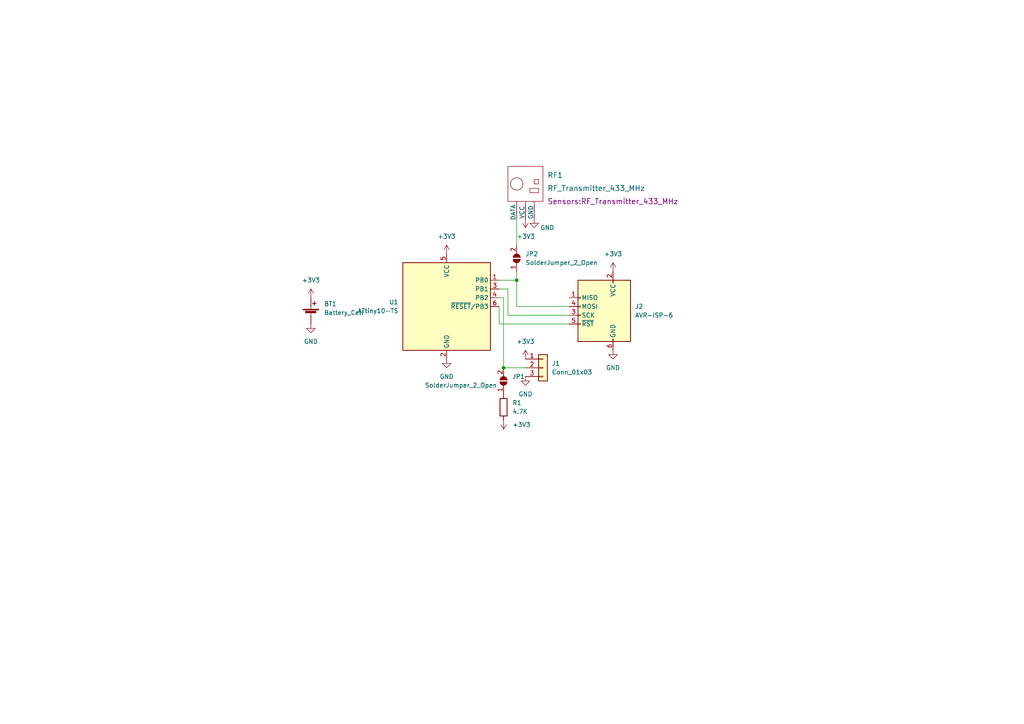
<source format=kicad_sch>
(kicad_sch (version 20211123) (generator eeschema)
  (paper "A4")
  (lib_symbols
    (symbol "Connector:AVR-ISP-6" (pin_names (offset 1.016))
      (property "Reference" "J" (at -6.35 11.43 0))
      (property "Value" "AVR-ISP-6" (at 0 11.43 0))
      (symbol "AVR-ISP-6_0_1"
        (rectangle (start -2.667 -6.858) (end -2.413 -7.62))
        (rectangle (start -2.667 10.16) (end -2.413 9.398))
        (rectangle (start 7.62 -2.413) (end 6.858 -2.667))
        (rectangle (start 7.62 0.127) (end 6.858 -0.127))
        (rectangle (start 7.62 2.667) (end 6.858 2.413))
        (rectangle (start 7.62 5.207) (end 6.858 4.953))
        (rectangle (start 7.62 10.16) (end -7.62 -7.62) (stroke (width 0.254)) (fill (type background)))
      )
      (symbol "AVR-ISP-6_1_1"
        (pin passive line (at 10.16 5.08 180) (length 2.54) (name "MISO") (number "1"))
        (pin passive line (at -2.54 12.7 270) (length 2.54) (name "VCC") (number "2"))
        (pin passive line (at 10.16 0 180) (length 2.54) (name "SCK") (number "3"))
        (pin passive line (at 10.16 2.54 180) (length 2.54) (name "MOSI") (number "4"))
        (pin passive line (at 10.16 -2.54 180) (length 2.54) (name "~{RST}") (number "5"))
        (pin passive line (at -2.54 -10.16 90) (length 2.54) (name "GND") (number "6"))
      )
    )
    (symbol "Connector_Generic:Conn_01x03" (pin_names (offset 1.016) hide)
      (property "Reference" "J" (at 0 5.08 0))
      (property "Value" "Conn_01x03" (at 0 -5.08 0))
      (symbol "Conn_01x03_1_1"
        (rectangle (start -1.27 -2.413) (end 0 -2.667) (stroke (width 0.1524)))
        (rectangle (start -1.27 0.127) (end 0 -0.127) (stroke (width 0.1524)))
        (rectangle (start -1.27 2.667) (end 0 2.413) (stroke (width 0.1524)))
        (rectangle (start -1.27 3.81) (end 1.27 -3.81) (stroke (width 0.254)) (fill (type background)))
        (pin passive line (at -5.08 2.54 0) (length 3.81) (name "Pin_1") (number "1"))
        (pin passive line (at -5.08 0 0) (length 3.81) (name "Pin_2") (number "2"))
        (pin passive line (at -5.08 -2.54 0) (length 3.81) (name "Pin_3") (number "3"))
      )
    )
    (symbol "Device:Battery_Cell" (pin_numbers hide) (pin_names (offset 0) hide)
      (property "Reference" "BT" (at 2.54 2.54 0))
      (property "Value" "Battery_Cell" (at 2.54 0 0))
      (symbol "Battery_Cell_0_1"
        (rectangle (start -2.286 1.778) (end 2.286 1.524) (fill (type outline)))
        (rectangle (start -1.5748 1.1938) (end 1.4732 0.6858) (fill (type outline)))
        (polyline (pts (xy 0 0.762) (xy 0 0)))
        (polyline (pts (xy 0 1.778) (xy 0 2.54)))
        (polyline (pts (xy 0.508 3.429) (xy 1.524 3.429)) (stroke (width 0.254)))
        (polyline (pts (xy 1.016 3.937) (xy 1.016 2.921)) (stroke (width 0.254)))
      )
      (symbol "Battery_Cell_1_1"
        (pin passive line (at 0 5.08 270) (length 2.54) (name "+") (number "1"))
        (pin passive line (at 0 -2.54 90) (length 2.54) (name "-") (number "2"))
      )
    )
    (symbol "Device:R" (pin_numbers hide) (pin_names (offset 0))
      (property "Reference" "R" (at 2.032 0 90))
      (property "Value" "R" (at 0 0 90))
      (symbol "R_0_1"
        (rectangle (start -1.016 -2.54) (end 1.016 2.54) (stroke (width 0.254)))
      )
      (symbol "R_1_1"
        (pin passive line (at 0 3.81 270) (length 1.27) (name "~") (number "1"))
        (pin passive line (at 0 -3.81 90) (length 1.27) (name "~") (number "2"))
      )
    )
    (symbol "Jumper:SolderJumper_2_Open" (pin_names (offset 0) hide)
      (property "Reference" "JP" (at 0 2.032 0))
      (property "Value" "SolderJumper_2_Open" (at 0 -2.54 0))
      (symbol "SolderJumper_2_Open_0_1"
        (arc (start -0.254 1.016) (mid -1.27 0) (end -0.254 -1.016))
        (arc (start -0.254 1.016) (mid -1.27 0) (end -0.254 -1.016) (fill (type outline)))
        (polyline (pts (xy -0.254 1.016) (xy -0.254 -1.016)))
        (polyline (pts (xy 0.254 1.016) (xy 0.254 -1.016)))
        (arc (start 0.254 -1.016) (mid 1.27 0) (end 0.254 1.016))
        (arc (start 0.254 -1.016) (mid 1.27 0) (end 0.254 1.016) (fill (type outline)))
      )
      (symbol "SolderJumper_2_Open_1_1"
        (pin passive line (at -3.81 0 0) (length 2.54) (name "A") (number "1"))
        (pin passive line (at 3.81 0 180) (length 2.54) (name "B") (number "2"))
      )
    )
    (symbol "MCU_Microchip_ATtiny:ATtiny10-TS"
      (property "Reference" "U" (at -12.7 13.97 0))
      (property "Value" "ATtiny10-TS" (at 2.54 -13.97 0))
      (symbol "ATtiny10-TS_0_1"
        (rectangle (start -12.7 -12.7) (end 12.7 12.7) (stroke (width 0.254)) (fill (type background)))
      )
      (symbol "ATtiny10-TS_1_1"
        (pin bidirectional line (at 15.24 7.62 180) (length 2.54) (name "PB0") (number "1"))
        (pin power_in line (at 0 -15.24 90) (length 2.54) (name "GND") (number "2"))
        (pin bidirectional line (at 15.24 5.08 180) (length 2.54) (name "PB1") (number "3"))
        (pin bidirectional line (at 15.24 2.54 180) (length 2.54) (name "PB2") (number "4"))
        (pin power_in line (at 0 15.24 270) (length 2.54) (name "VCC") (number "5"))
        (pin bidirectional line (at 15.24 0 180) (length 2.54) (name "~{RESET}/PB3") (number "6"))
      )
    )
    (symbol "power:+3V3" (power) (pin_names (offset 0))
      (property "Value" "+3V3" (at 0 3.556 0))
      (symbol "+3V3_0_1"
        (polyline (pts (xy -0.762 1.27) (xy 0 2.54)))
        (polyline (pts (xy 0 0) (xy 0 2.54)))
        (polyline (pts (xy 0 2.54) (xy 0.762 1.27)))
      )
      (symbol "+3V3_1_1"
        (pin power_in line (at 0 0 90) (length 0) hide (name "+3V3") (number "1"))
      )
    )
    (symbol "power:GND" (power) (pin_names (offset 0))
      (property "Value" "GND" (at 0 -3.81 0))
      (symbol "GND_0_1"
        (polyline (pts (xy 0 0) (xy 0 -1.27) (xy 1.27 -1.27) (xy 0 -2.54) (xy -1.27 -1.27) (xy 0 -1.27)))
      )
      (symbol "GND_1_1"
        (pin power_in line (at 0 0 270) (length 0) hide (name "GND") (number "1"))
      )
    )
    (symbol "sensors:RF_Transmitter_433_MHz" (pin_numbers hide) (pin_names (offset 0))
      (property "Reference" "RF" (at 0 20.32 0))
      (property "Value" "RF_Transmitter_433_MHz" (at 0 17.78 0))
      (symbol "RF_Transmitter_433_MHz_0_1"
        (rectangle (start -5.08 5.08) (end 5.08 15.24))
        (circle (center -2.54 10.16) (radius 1.8034))
        (polyline (pts (xy -2.54 3.81) (xy -2.54 5.08)))
        (polyline (pts (xy 0 3.81) (xy 0 5.08)))
        (polyline (pts (xy 2.54 3.81) (xy 2.54 5.08)))
        (rectangle (start 3.81 8.89) (end 1.27 7.62))
        (rectangle (start 3.81 11.43) (end 2.54 10.16))
      )
      (symbol "RF_Transmitter_433_MHz_1_1"
        (pin input line (at -2.54 0 90) (length 3.81) (name "DATA") (number "1"))
        (pin power_in line (at 0 0 90) (length 3.81) (name "VCC") (number "2"))
        (pin power_in line (at 2.54 0 90) (length 3.81) (name "GND") (number "3"))
      )
    )
  )
  (junction (at 149.86 81.28))
  (junction (at 146.05 106.68))
  (wire (pts (xy 165.1 88.9) (xy 149.86 88.9)))
  (wire (pts (xy 147.32 83.82) (xy 144.78 83.82)))
  (wire (pts (xy 146.05 86.36) (xy 144.78 86.36)))
  (wire (pts (xy 149.86 63.5) (xy 149.86 71.12)))
  (wire (pts (xy 146.05 106.68) (xy 146.05 86.36)))
  (wire (pts (xy 165.1 91.44) (xy 147.32 91.44)))
  (wire (pts (xy 149.86 81.28) (xy 144.78 81.28)))
  (wire (pts (xy 149.86 78.74) (xy 149.86 81.28)))
  (wire (pts (xy 147.32 91.44) (xy 147.32 83.82)))
  (wire (pts (xy 144.78 93.98) (xy 144.78 88.9)))
  (wire (pts (xy 165.1 93.98) (xy 144.78 93.98)))
  (wire (pts (xy 149.86 88.9) (xy 149.86 81.28)))
  (wire (pts (xy 152.4 106.68) (xy 146.05 106.68)))
  (symbol (lib_id "power:GND") (at 154.94 63.5 0) (unit 1)
    (property "Reference" "#PWR09" (effects hide))
    (property "Value" "GND" (at 158.75 66.04 0))
  )
  (symbol (lib_id "power:+3V3") (at 146.05 121.92 180) (unit 1)
    (property "Reference" "#PWR05" (effects hide))
    (property "Value" "+3V3" (at 148.59 123.1899 0) (effects (justify right)))
  )
  (symbol (lib_id "power:+3V3") (at 177.8 78.74 0) (unit 1)
    (property "Reference" "#PWR010" (effects hide))
    (property "Value" "+3V3" (at 177.8 73.66 0))
  )
  (symbol (lib_id "Jumper:SolderJumper_2_Open") (at 146.05 110.49 90) (unit 1)
    (property "Reference" "JP1" (at 148.59 109.2199 90) (effects (justify right)))
    (property "Value" "SolderJumper_2_Open" (at 123.19 111.76 90) (effects (justify right)))
    (property "Footprint" "Jumper:SolderJumper-2_P1.3mm_Open_TrianglePad1.0x1.5mm" (effects hide))
  )
  (symbol (lib_id "power:GND") (at 90.17 93.98 0) (unit 1)
    (property "Reference" "#PWR02" (effects hide))
    (property "Value" "GND" (at 90.17 99.06 0))
  )
  (symbol (lib_id "Jumper:SolderJumper_2_Open") (at 149.86 74.93 90) (unit 1)
    (property "Reference" "JP2" (at 152.4 73.6599 90) (effects (justify right)))
    (property "Value" "SolderJumper_2_Open" (at 152.4 76.1999 90) (effects (justify right)))
    (property "Footprint" "Jumper:SolderJumper-2_P1.3mm_Open_TrianglePad1.0x1.5mm" (effects hide))
    (property "Footprint" "Jumper:SolderJumper-2_P1.3mm_Open_TrianglePad1.0x1.5mm" (effects hide))
    (property "Reference" "JP2" (effects hide))
    (property "Value" "SolderJumper_2_Open" (effects hide))
  )
  (symbol (lib_id "power:+3V3") (at 152.4 63.5 180) (unit 1)
    (property "Reference" "#PWR06" (effects hide))
    (property "Value" "+3V3" (at 149.86 68.58 0) (effects (justify right)))
  )
  (symbol (lib_id "power:+3V3") (at 152.4 104.14 0) (unit 1)
    (property "Reference" "#PWR07" (effects hide))
    (property "Value" "+3V3" (at 152.4 99.06 0))
  )
  (symbol (lib_id "power:+3V3") (at 90.17 86.36 0) (unit 1)
    (property "Reference" "#PWR01" (effects hide))
    (property "Value" "+3V3" (at 90.17 81.28 0))
  )
  (symbol (lib_id "power:GND") (at 129.54 104.14 0) (unit 1)
    (property "Reference" "#PWR04" (effects hide))
    (property "Value" "GND" (at 129.54 109.22 0))
  )
  (symbol (lib_id "Device:R") (at 146.05 118.11 0) (unit 1)
    (property "Reference" "R1" (at 148.59 116.8399 0) (effects (justify left)))
    (property "Value" "4.7K" (at 148.59 119.3799 0) (effects (justify left)))
    (property "Footprint" "Resistor_SMD:R_0805_2012Metric" (effects hide))
    (property "Footprint" "Resistor_SMD:R_0805_2012Metric" (effects hide))
    (property "Reference" "R1" (effects hide))
    (property "Value" "4.7K" (effects hide))
  )
  (symbol (lib_id "Connector_Generic:Conn_01x03") (at 157.48 106.68 0) (unit 1)
    (property "Reference" "J1" (at 160.02 105.4099 0) (effects (justify left)))
    (property "Value" "Conn_01x03" (at 160.02 107.9499 0) (effects (justify left)))
    (property "Footprint" "Connector_PinSocket_2.54mm:PinSocket_1x03_P2.54mm_Vertical" (effects hide))
    (property "Footprint" "Connector_PinSocket_2.54mm:PinSocket_1x03_P2.54mm_Vertical" (effects hide))
    (property "Reference" "J1" (effects hide))
    (property "Value" "Conn_01x03" (effects hide))
  )
  (symbol (lib_id "MCU_Microchip_ATtiny:ATtiny10-TS") (at 129.54 88.9 0) (unit 1)
    (property "Reference" "U1" (at 115.57 87.6299 0) (effects (justify right)))
    (property "Value" "ATtiny10-TS" (at 115.57 90.1699 0) (effects (justify right)))
    (property "Footprint" "Package_TO_SOT_SMD:SOT-23-6" (effects hide))
    (property "Datasheet" "http://ww1.microchip.com/downloads/en/DeviceDoc/Atmel-8127-AVR-8-bit-Microcontroller-ATtiny4-ATtiny5-ATtiny9-ATtiny10_Datasheet.pdf" (effects hide))
  )
  (symbol (lib_id "sensors:RF_Transmitter_433_MHz") (at 152.4 63.5 0) (unit 1)
    (property "Reference" "RF1" (at 158.75 50.8 0) (effects (font (size 1.524 1.524)) (justify left)))
    (property "Value" "RF_Transmitter_433_MHz" (at 158.75 54.61 0) (effects (font (size 1.524 1.524)) (justify left)))
    (property "Footprint" "Sensors:RF_Transmitter_433_MHz" (at 158.75 58.42 0) (effects (font (size 1.524 1.524)) (justify left)))
  )
  (symbol (lib_id "power:+3V3") (at 129.54 73.66 0) (unit 1)
    (property "Reference" "#PWR03" (effects hide))
    (property "Value" "+3V3" (at 129.54 68.58 0))
  )
  (symbol (lib_id "Connector:AVR-ISP-6") (at 175.26 91.44 0) (mirror y) (unit 1)
    (property "Reference" "J2" (at 184.15 88.8999 0) (effects (justify right)))
    (property "Value" "AVR-ISP-6" (at 184.15 91.4399 0) (effects (justify right)))
    (property "Footprint" "Connector_PinHeader_2.54mm:PinHeader_2x03_P2.54mm_Vertical" (effects hide))
    (property "Datasheet" " ~" (effects hide))
    (property "Footprint" "Connector_PinHeader_2.54mm:PinHeader_2x03_P2.54mm_Vertical" (effects hide))
    (property "Reference" "J2" (effects hide))
    (property "Value" "AVR-ISP-6" (effects hide))
  )
  (symbol (lib_id "power:GND") (at 152.4 109.22 0) (unit 1)
    (property "Reference" "#PWR08" (effects hide))
    (property "Value" "GND" (at 152.4 114.3 0))
  )
  (symbol (lib_id "power:GND") (at 177.8 101.6 0) (unit 1)
    (property "Reference" "#PWR011" (effects hide))
    (property "Value" "GND" (at 177.8 106.68 0))
  )
  (symbol (lib_id "Device:Battery_Cell") (at 90.17 91.44 0) (unit 1)
    (property "Reference" "BT1" (at 93.98 88.1379 0) (effects (justify left)))
    (property "Value" "Battery_Cell" (at 93.98 90.6779 0) (effects (justify left)))
    (property "Footprint" "Battery:BatteryHolder_ComfortableElectronic_CH273-2450_1x2450" (effects hide))
    (property "Footprint" "Battery:BatteryHolder_ComfortableElectronic_CH273-2450_1x2450" (effects hide))
    (property "Reference" "BT1" (effects hide))
    (property "Value" "Battery_Cell" (effects hide))
  )
)
</source>
